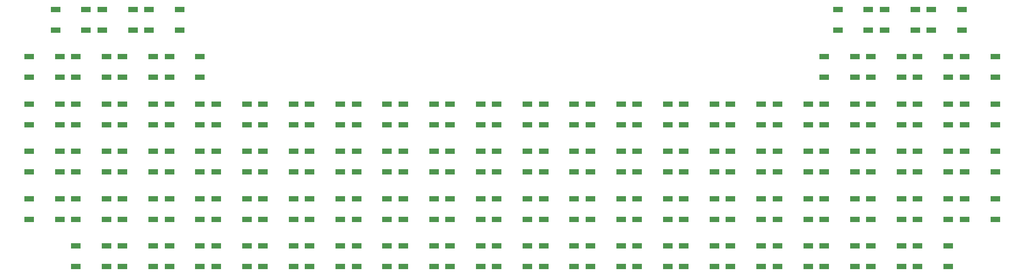
<source format=gbr>
%TF.GenerationSoftware,KiCad,Pcbnew,8.0.3*%
%TF.CreationDate,2024-06-18T13:15:14+02:00*%
%TF.ProjectId,bd1-board,6264312d-626f-4617-9264-2e6b69636164,rev?*%
%TF.SameCoordinates,Original*%
%TF.FileFunction,Paste,Top*%
%TF.FilePolarity,Positive*%
%FSLAX46Y46*%
G04 Gerber Fmt 4.6, Leading zero omitted, Abs format (unit mm)*
G04 Created by KiCad (PCBNEW 8.0.3) date 2024-06-18 13:15:14*
%MOMM*%
%LPD*%
G01*
G04 APERTURE LIST*
%ADD10R,1.500000X0.900000*%
G04 APERTURE END LIST*
D10*
%TO.C,D49*%
X-23812000Y17078000D03*
X-23812000Y20378000D03*
X-28712000Y20378000D03*
X-28712000Y17078000D03*
%TD*%
%TO.C,D94*%
X50898000Y24654000D03*
X50898000Y27954000D03*
X45998000Y27954000D03*
X45998000Y24654000D03*
%TD*%
%TO.C,D72*%
X21014000Y9508000D03*
X21014000Y12808000D03*
X16114000Y12808000D03*
X16114000Y9508000D03*
%TD*%
%TO.C,D3*%
X-98522000Y24654000D03*
X-98522000Y27954000D03*
X-103422000Y27954000D03*
X-103422000Y24654000D03*
%TD*%
%TO.C,D71*%
X21014000Y1926000D03*
X21014000Y5226000D03*
X16114000Y5226000D03*
X16114000Y1926000D03*
%TD*%
%TO.C,D12*%
X-83580000Y1926000D03*
X-83580000Y5226000D03*
X-88480000Y5226000D03*
X-88480000Y1926000D03*
%TD*%
%TO.C,D89*%
X43427000Y24654000D03*
X43427000Y27954000D03*
X38527000Y27954000D03*
X38527000Y24654000D03*
%TD*%
%TO.C,D27*%
X-61167000Y1926000D03*
X-61167000Y5226000D03*
X-66067000Y5226000D03*
X-66067000Y1926000D03*
%TD*%
%TO.C,D79*%
X28485000Y32227000D03*
X28485000Y35527000D03*
X23585000Y35527000D03*
X23585000Y32227000D03*
%TD*%
%TO.C,D35*%
X-46225000Y1926000D03*
X-46225000Y5226000D03*
X-51125000Y5226000D03*
X-51125000Y1926000D03*
%TD*%
%TO.C,D28*%
X-61167000Y9508000D03*
X-61167000Y12808000D03*
X-66067000Y12808000D03*
X-66067000Y9508000D03*
%TD*%
%TO.C,D5*%
X-94320000Y39802000D03*
X-94320000Y43102000D03*
X-99220000Y43102000D03*
X-99220000Y39802000D03*
%TD*%
%TO.C,D51*%
X-16341000Y1926000D03*
X-16341000Y5226000D03*
X-21241000Y5226000D03*
X-21241000Y1926000D03*
%TD*%
%TO.C,D92*%
X50898000Y9508000D03*
X50898000Y12808000D03*
X45998000Y12808000D03*
X45998000Y9508000D03*
%TD*%
%TO.C,D52*%
X-16341000Y9508000D03*
X-16341000Y12808000D03*
X-21241000Y12808000D03*
X-21241000Y9508000D03*
%TD*%
%TO.C,D30*%
X-61167000Y24654000D03*
X-61167000Y27954000D03*
X-66067000Y27954000D03*
X-66067000Y24654000D03*
%TD*%
%TO.C,D68*%
X13543000Y9508000D03*
X13543000Y12808000D03*
X8643000Y12808000D03*
X8643000Y9508000D03*
%TD*%
%TO.C,D56*%
X-8870000Y9508000D03*
X-8870000Y12808000D03*
X-13770000Y12808000D03*
X-13770000Y9508000D03*
%TD*%
%TO.C,D21*%
X-76109000Y24654000D03*
X-76109000Y27954000D03*
X-81009000Y27954000D03*
X-81009000Y24654000D03*
%TD*%
%TO.C,D88*%
X43427000Y17078000D03*
X43427000Y20378000D03*
X38527000Y20378000D03*
X38527000Y17078000D03*
%TD*%
%TO.C,D8*%
X-91051000Y17078000D03*
X-91051000Y20378000D03*
X-95951000Y20378000D03*
X-95951000Y17078000D03*
%TD*%
%TO.C,D40*%
X-38754000Y9508000D03*
X-38754000Y12808000D03*
X-43654000Y12808000D03*
X-43654000Y9508000D03*
%TD*%
%TO.C,D39*%
X-38754000Y1926000D03*
X-38754000Y5226000D03*
X-43654000Y5226000D03*
X-43654000Y1926000D03*
%TD*%
%TO.C,D62*%
X-1399000Y24654000D03*
X-1399000Y27954000D03*
X-6299000Y27954000D03*
X-6299000Y24654000D03*
%TD*%
%TO.C,D91*%
X38126000Y39802000D03*
X38126000Y43102000D03*
X33226000Y43102000D03*
X33226000Y39802000D03*
%TD*%
%TO.C,D58*%
X-8870000Y24654000D03*
X-8870000Y27954000D03*
X-13770000Y27954000D03*
X-13770000Y24654000D03*
%TD*%
%TO.C,D42*%
X-38754000Y24654000D03*
X-38754000Y27954000D03*
X-43654000Y27954000D03*
X-43654000Y24654000D03*
%TD*%
%TO.C,D73*%
X21014000Y17078000D03*
X21014000Y20378000D03*
X16114000Y20378000D03*
X16114000Y17078000D03*
%TD*%
%TO.C,D54*%
X-16341000Y24654000D03*
X-16341000Y27954000D03*
X-21241000Y27954000D03*
X-21241000Y24654000D03*
%TD*%
%TO.C,D81*%
X35956000Y9508000D03*
X35956000Y12808000D03*
X31056000Y12808000D03*
X31056000Y9508000D03*
%TD*%
%TO.C,D7*%
X-91051000Y9508000D03*
X-91051000Y12808000D03*
X-95951000Y12808000D03*
X-95951000Y9508000D03*
%TD*%
%TO.C,D86*%
X43427000Y1926000D03*
X43427000Y5226000D03*
X38527000Y5226000D03*
X38527000Y1926000D03*
%TD*%
%TO.C,D76*%
X28485000Y9508000D03*
X28485000Y12808000D03*
X23585000Y12808000D03*
X23585000Y9508000D03*
%TD*%
%TO.C,D45*%
X-31283000Y17078000D03*
X-31283000Y20378000D03*
X-36183000Y20378000D03*
X-36183000Y17078000D03*
%TD*%
%TO.C,D9*%
X-91051000Y24654000D03*
X-91051000Y27954000D03*
X-95951000Y27954000D03*
X-95951000Y24654000D03*
%TD*%
%TO.C,D46*%
X-31283000Y24654000D03*
X-31283000Y27954000D03*
X-36183000Y27954000D03*
X-36183000Y24654000D03*
%TD*%
%TO.C,D53*%
X-16341000Y17078000D03*
X-16341000Y20378000D03*
X-21241000Y20378000D03*
X-21241000Y17078000D03*
%TD*%
%TO.C,D2*%
X-98522000Y17078000D03*
X-98522000Y20378000D03*
X-103422000Y20378000D03*
X-103422000Y17078000D03*
%TD*%
%TO.C,D57*%
X-8870000Y17078000D03*
X-8870000Y20378000D03*
X-13770000Y20378000D03*
X-13770000Y17078000D03*
%TD*%
%TO.C,D36*%
X-46225000Y9508000D03*
X-46225000Y12808000D03*
X-51125000Y12808000D03*
X-51125000Y9508000D03*
%TD*%
%TO.C,D69*%
X13543000Y17078000D03*
X13543000Y20378000D03*
X8643000Y20378000D03*
X8643000Y17078000D03*
%TD*%
%TO.C,D82*%
X35956000Y17078000D03*
X35956000Y20378000D03*
X31056000Y20378000D03*
X31056000Y17078000D03*
%TD*%
%TO.C,D19*%
X-76109000Y9508000D03*
X-76109000Y12808000D03*
X-81009000Y12808000D03*
X-81009000Y9508000D03*
%TD*%
%TO.C,D23*%
X-68638000Y1926000D03*
X-68638000Y5226000D03*
X-73538000Y5226000D03*
X-73538000Y1926000D03*
%TD*%
%TO.C,D60*%
X-1399000Y9508000D03*
X-1399000Y12808000D03*
X-6299000Y12808000D03*
X-6299000Y9508000D03*
%TD*%
%TO.C,D6*%
X-91051000Y1926000D03*
X-91051000Y5226000D03*
X-95951000Y5226000D03*
X-95951000Y1926000D03*
%TD*%
%TO.C,D1*%
X-98522000Y9508000D03*
X-98522000Y12808000D03*
X-103422000Y12808000D03*
X-103422000Y9508000D03*
%TD*%
%TO.C,D10*%
X-91051000Y32227000D03*
X-91051000Y35527000D03*
X-95951000Y35527000D03*
X-95951000Y32227000D03*
%TD*%
%TO.C,D41*%
X-38754000Y17078000D03*
X-38754000Y20378000D03*
X-43654000Y20378000D03*
X-43654000Y17078000D03*
%TD*%
%TO.C,D11*%
X-86849000Y39802000D03*
X-86849000Y43102000D03*
X-91749000Y43102000D03*
X-91749000Y39802000D03*
%TD*%
%TO.C,D75*%
X28485000Y1926000D03*
X28485000Y5226000D03*
X23585000Y5226000D03*
X23585000Y1926000D03*
%TD*%
%TO.C,D25*%
X-68638000Y17078000D03*
X-68638000Y20378000D03*
X-73538000Y20378000D03*
X-73538000Y17078000D03*
%TD*%
%TO.C,D31*%
X-53696000Y1926000D03*
X-53696000Y5226000D03*
X-58596000Y5226000D03*
X-58596000Y1926000D03*
%TD*%
%TO.C,D67*%
X13543000Y1926000D03*
X13543000Y5226000D03*
X8643000Y5226000D03*
X8643000Y1926000D03*
%TD*%
%TO.C,D32*%
X-53696000Y9508000D03*
X-53696000Y12808000D03*
X-58596000Y12808000D03*
X-58596000Y9508000D03*
%TD*%
%TO.C,D63*%
X6072000Y1926000D03*
X6072000Y5226000D03*
X1172000Y5226000D03*
X1172000Y1926000D03*
%TD*%
%TO.C,D43*%
X-31283000Y1926000D03*
X-31283000Y5226000D03*
X-36183000Y5226000D03*
X-36183000Y1926000D03*
%TD*%
%TO.C,D95*%
X50898000Y32227000D03*
X50898000Y35527000D03*
X45998000Y35527000D03*
X45998000Y32227000D03*
%TD*%
%TO.C,D16*%
X-83580000Y32227000D03*
X-83580000Y35527000D03*
X-88480000Y35527000D03*
X-88480000Y32227000D03*
%TD*%
%TO.C,D47*%
X-23812000Y1926000D03*
X-23812000Y5226000D03*
X-28712000Y5226000D03*
X-28712000Y1926000D03*
%TD*%
%TO.C,D66*%
X6072000Y24654000D03*
X6072000Y27954000D03*
X1172000Y27954000D03*
X1172000Y24654000D03*
%TD*%
%TO.C,D84*%
X35956000Y32227000D03*
X35956000Y35527000D03*
X31056000Y35527000D03*
X31056000Y32227000D03*
%TD*%
%TO.C,D70*%
X13543000Y24654000D03*
X13543000Y27954000D03*
X8643000Y27954000D03*
X8643000Y24654000D03*
%TD*%
%TO.C,D87*%
X43427000Y9508000D03*
X43427000Y12808000D03*
X38527000Y12808000D03*
X38527000Y9508000D03*
%TD*%
%TO.C,D55*%
X-8870000Y1926000D03*
X-8870000Y5226000D03*
X-13770000Y5226000D03*
X-13770000Y1926000D03*
%TD*%
%TO.C,D14*%
X-83580000Y17078000D03*
X-83580000Y20378000D03*
X-88480000Y20378000D03*
X-88480000Y17078000D03*
%TD*%
%TO.C,D33*%
X-53696000Y17078000D03*
X-53696000Y20378000D03*
X-58596000Y20378000D03*
X-58596000Y17078000D03*
%TD*%
%TO.C,D15*%
X-83580000Y24654000D03*
X-83580000Y27954000D03*
X-88480000Y27954000D03*
X-88480000Y24654000D03*
%TD*%
%TO.C,D74*%
X21014000Y24654000D03*
X21014000Y27954000D03*
X16114000Y27954000D03*
X16114000Y24654000D03*
%TD*%
%TO.C,D85*%
X30655000Y39802000D03*
X30655000Y43102000D03*
X25755000Y43102000D03*
X25755000Y39802000D03*
%TD*%
%TO.C,D93*%
X50898000Y17078000D03*
X50898000Y20378000D03*
X45998000Y20378000D03*
X45998000Y17078000D03*
%TD*%
%TO.C,D77*%
X28485000Y17078000D03*
X28485000Y20378000D03*
X23585000Y20378000D03*
X23585000Y17078000D03*
%TD*%
%TO.C,D4*%
X-98522000Y32227000D03*
X-98522000Y35527000D03*
X-103422000Y35527000D03*
X-103422000Y32227000D03*
%TD*%
%TO.C,D18*%
X-76109000Y1926000D03*
X-76109000Y5226000D03*
X-81009000Y5226000D03*
X-81009000Y1926000D03*
%TD*%
%TO.C,D20*%
X-76109000Y17078000D03*
X-76109000Y20378000D03*
X-81009000Y20378000D03*
X-81009000Y17078000D03*
%TD*%
%TO.C,D50*%
X-23812000Y24654000D03*
X-23812000Y27954000D03*
X-28712000Y27954000D03*
X-28712000Y24654000D03*
%TD*%
%TO.C,D17*%
X-79380000Y39802000D03*
X-79380000Y43102000D03*
X-84280000Y43102000D03*
X-84280000Y39802000D03*
%TD*%
%TO.C,D26*%
X-68638000Y24654000D03*
X-68638000Y27954000D03*
X-73538000Y27954000D03*
X-73538000Y24654000D03*
%TD*%
%TO.C,D44*%
X-31283000Y9508000D03*
X-31283000Y12808000D03*
X-36183000Y12808000D03*
X-36183000Y9508000D03*
%TD*%
%TO.C,D59*%
X-1399000Y1926000D03*
X-1399000Y5226000D03*
X-6299000Y5226000D03*
X-6299000Y1926000D03*
%TD*%
%TO.C,D80*%
X35956000Y1926000D03*
X35956000Y5226000D03*
X31056000Y5226000D03*
X31056000Y1926000D03*
%TD*%
%TO.C,D24*%
X-68638000Y9508000D03*
X-68638000Y12808000D03*
X-73538000Y12808000D03*
X-73538000Y9508000D03*
%TD*%
%TO.C,D38*%
X-46225000Y24654000D03*
X-46225000Y27954000D03*
X-51125000Y27954000D03*
X-51125000Y24654000D03*
%TD*%
%TO.C,D37*%
X-46225000Y17078000D03*
X-46225000Y20378000D03*
X-51125000Y20378000D03*
X-51125000Y17078000D03*
%TD*%
%TO.C,D90*%
X43427000Y32227000D03*
X43427000Y35527000D03*
X38527000Y35527000D03*
X38527000Y32227000D03*
%TD*%
%TO.C,D65*%
X6072000Y17078000D03*
X6072000Y20378000D03*
X1172000Y20378000D03*
X1172000Y17078000D03*
%TD*%
%TO.C,D78*%
X28485000Y24654000D03*
X28485000Y27954000D03*
X23585000Y27954000D03*
X23585000Y24654000D03*
%TD*%
%TO.C,D96*%
X45597000Y39802000D03*
X45597000Y43102000D03*
X40697000Y43102000D03*
X40697000Y39802000D03*
%TD*%
%TO.C,D83*%
X35956000Y24654000D03*
X35956000Y27954000D03*
X31056000Y27954000D03*
X31056000Y24654000D03*
%TD*%
%TO.C,D29*%
X-61167000Y17078000D03*
X-61167000Y20378000D03*
X-66067000Y20378000D03*
X-66067000Y17078000D03*
%TD*%
%TO.C,D22*%
X-76109000Y32227000D03*
X-76109000Y35527000D03*
X-81009000Y35527000D03*
X-81009000Y32227000D03*
%TD*%
%TO.C,D64*%
X6072000Y9508000D03*
X6072000Y12808000D03*
X1172000Y12808000D03*
X1172000Y9508000D03*
%TD*%
%TO.C,D34*%
X-53696000Y24654000D03*
X-53696000Y27954000D03*
X-58596000Y27954000D03*
X-58596000Y24654000D03*
%TD*%
%TO.C,D48*%
X-23812000Y9508000D03*
X-23812000Y12808000D03*
X-28712000Y12808000D03*
X-28712000Y9508000D03*
%TD*%
%TO.C,D61*%
X-1399000Y17078000D03*
X-1399000Y20378000D03*
X-6299000Y20378000D03*
X-6299000Y17078000D03*
%TD*%
%TO.C,D13*%
X-83580000Y9508000D03*
X-83580000Y12808000D03*
X-88480000Y12808000D03*
X-88480000Y9508000D03*
%TD*%
M02*

</source>
